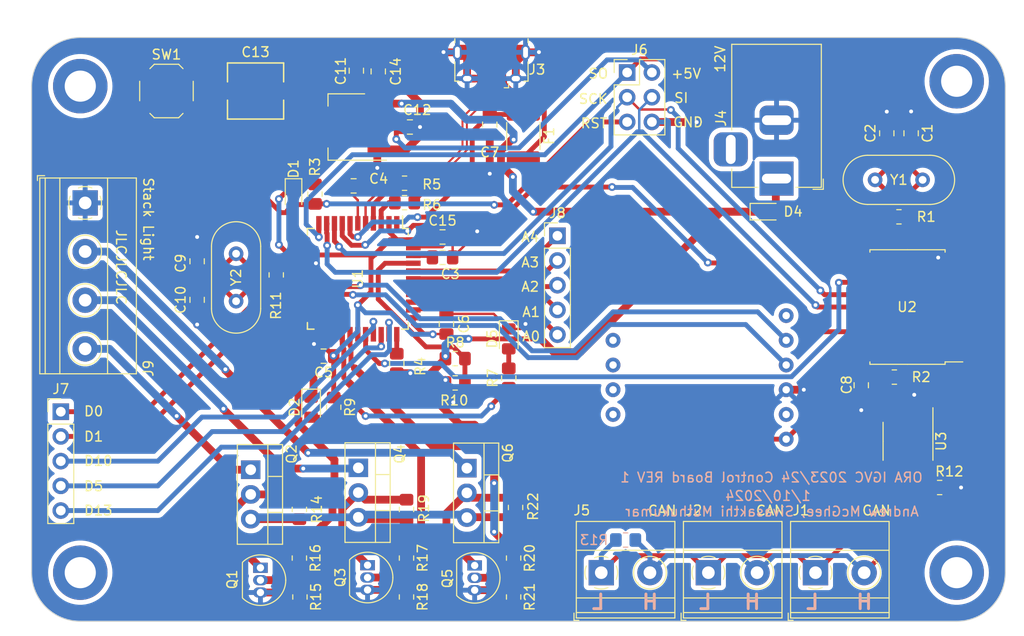
<source format=kicad_pcb>
(kicad_pcb (version 20221018) (generator pcbnew)
  (layers (0 "F.Cu" signal) (31 "B.Cu" signal) (34 "B.Paste" user) (35 "F.Paste" user) (36 "B.SilkS" user "B.Silkscreen") (37 "F.SilkS" user "F.Silkscreen") (38 "B.Mask" user) (39 "F.Mask" user) (44 "Edge.Cuts" user))
  (net 0 "")
  (net 2 "Net-(U1-UCAP)")
  (net 3 "Net-(D2-A)")
  (net 4 "RST")
  (net 5 "VBUS")
  (net 6 "Net-(Q1-D)")
  (net 7 "IMU_SCL")
  (net 8 "IMU_SDA")
  (net 10 "XTAL1")
  (net 11 "Net-(U1-~{HWB}{slash}PE2)")
  (net 12 "Net-(U1-AREF)")
  (net 13 "Net-(J3-VBUS)")
  (net 14 "Net-(D5-A)")
  (net 17 "Net-(Q1-G)")
  (net 18 "LED_R")
  (net 19 "Net-(Q3-D)")
  (net 30 "Net-(U3-Rs)")
  (net 31 "Net-(U2-TXCAN)")
  (net 32 "Net-(U2-RXCAN)")
  (net 33 "CAN_L")
  (net 34 "CAN_H")
  (net 35 "Net-(U2-OSC2)")
  (net 36 "Net-(U2-OSC1)")
  (net 37 "Net-(U2-~{RESET})")
  (net 38 "CAN_INT")
  (net 39 "CAN_SCK")
  (net 40 "CAN_SI")
  (net 41 "CAN_SO")
  (net 42 "CAN_CS")
  (net 43 "+5V")
  (net 44 "GND")
  (net 45 "XTAL2")
  (net 47 "D+")
  (net 48 "D-")
  (net 55 "(USB) D-")
  (net 56 "(USB) D+")
  (net 57 "PWRIN")
  (net 58 "Net-(D4-A)")
  (net 59 "Norm_Voltage")
  (net 60 "Net-(Q3-G)")
  (net 61 "LED_Y")
  (net 62 "Net-(Q5-D)")
  (net 63 "Net-(Q5-G)")
  (net 64 "LED_G")
  (net 65 "LEDPWR_R")
  (net 66 "LEDPWR_Y")
  (net 67 "LEDPWR_G")
  (net 68 "D0")
  (net 69 "D1")
  (net 70 "D10")
  (net 71 "D5")
  (net 72 "D13")
  (net 73 "A0")
  (net 74 "A1")
  (net 75 "A2")
  (net 76 "A3")
  (net 77 "A4")
  (footprint "Package_QFP:TQFP-44_10x10mm_P0.8mm" (layer "F.Cu") (at 123.5 74.8 -90)
    (fp_text reference "U1")
    (fp_text value "ATmega32U4-A")
  )
  (footprint "Button_Switch_SMD:SW_SPST_TL3342" (layer "F.Cu") (at 103.85 55.5)
    (fp_text reference "SW1")
    (fp_text value "Reset")
  )
  (footprint "Package_TO_SOT_THT:TO-92_Inline" (layer "F.Cu") (at 124.5 104.23 -90)
    (fp_text reference "Q3")
    (fp_text value "BS170")
  )
  (footprint "Capacitor_SMD:C_0805_2012Metric_Pad1.18x1.45mm_HandSolder" (layer "F.Cu") (at 107 76.9625 -90)
    (fp_text reference "C10")
    (fp_text value "22pF")
  )
  (footprint "Package_TO_SOT_THT:TO-220-3_Vertical" (layer "F.Cu") (at 123.555 94.23 -90)
    (fp_text reference "Q4")
    (fp_text value "IRF9540N")
  )
  (footprint "MountingHole:MountingHole_3.2mm_M3_DIN965_Pad" (layer "F.Cu") (at 185 105)
    (fp_text reference "H1" hide)
    (fp_text value "MountingHole_Pad")
  )
  (footprint "Capacitor_SMD:C_0805_2012Metric_Pad1.18x1.45mm_HandSolder" (layer "F.Cu") (at 107 73 -90)
    (fp_text reference "C9")
    (fp_text value "22pF")
  )
  (footprint "Resistor_SMD:R_0805_2012Metric_Pad1.20x1.40mm_HandSolder" (layer "F.Cu") (at 117.5 103.5 -90)
    (fp_text reference "R16")
    (fp_text value "1k")
  )
  (footprint "Resistor_SMD:R_0805_2012Metric_Pad1.20x1.40mm_HandSolder" (layer "F.Cu") (at 115.125 74.4 -90)
    (fp_text reference "R11")
    (fp_text value "1M")
  )
  (footprint "MountingHole:MountingHole_3.2mm_M3_DIN965_Pad" (layer "F.Cu") (at 95 55)
    (fp_text reference "H3" hide)
    (fp_text value "MountingHole_Pad")
  )
  (footprint "LED_SMD:LED_0805_2012Metric_Pad1.15x1.40mm_HandSolder" (layer "F.Cu") (at 139 80.975 -90)
    (fp_text reference "D5")
    (fp_text value "IMU_LED")
  )
  (footprint "Package_TO_SOT_THT:TO-92_Inline" (layer "F.Cu") (at 135.5 104.26 -90)
    (fp_text reference "Q5")
    (fp_text value "BS170")
  )
  (footprint "MountingHole:MountingHole_3.2mm_M3_DIN965_Pad" (layer "F.Cu") (at 95 105)
    (fp_text reference "H2" hide)
    (fp_text value "MountingHole_Pad")
  )
  (footprint "Package_TO_SOT_SMD:SOT-223-3_TabPin2" (layer "F.Cu") (at 122.35 59.2 180)
    (fp_text reference "U5" hide)
    (fp_text value "NCP1117-5.0_SOT223")
  )
  (footprint "Capacitor_SMD:C_0805_2012Metric_Pad1.18x1.45mm_HandSolder" (layer "F.Cu") (at 175.2 85.7375 -90)
    (fp_text reference "C8")
    (fp_text value "100nF")
  )
  (footprint "Resistor_SMD:R_0805_2012Metric_Pad1.20x1.40mm_HandSolder" (layer "F.Cu") (at 121.025 88 -90)
    (fp_text reference "R9")
    (fp_text value "470")
  )
  (footprint "Capacitor_SMD:C_0805_2012Metric_Pad1.18x1.45mm_HandSolder" (layer "F.Cu") (at 123.07 65.25 180)
    (fp_text reference "C4")
    (fp_text value "1uF")
  )
  (footprint "TerminalBlock_Phoenix:TerminalBlock_Phoenix_MKDS-1,5-2_1x02_P5.00mm_Horizontal" (layer "F.Cu") (at 148.5 105)
    (fp_text reference "J5")
    (fp_text value "CAN")
  )
  (footprint "Resistor_SMD:R_0805_2012Metric_Pad1.20x1.40mm_HandSolder" (layer "F.Cu") (at 133.5 83)
    (fp_text reference "R8")
    (fp_text value "2.2k")
  )
  (footprint "Resistor_SMD:R_0805_2012Metric_Pad1.20x1.40mm_HandSolder" (layer "F.Cu") (at 128.5 107.5 -90)
    (fp_text reference "R18")
    (fp_text value "10k")
  )
  (footprint "Crystal:Crystal_HC49-4H_Vertical" (layer "F.Cu") (at 111 77.1 90)
    (fp_text reference "Y2")
    (fp_text value "16MHz")
  )
  (footprint "Connector_USB:USB_Micro-B_Amphenol_10118194_Horizontal" (layer "F.Cu") (at 137.225 52.825 180)
    (fp_text reference "J3")
    (fp_text value "USB_B_Micro")
  )
  (footprint "Capacitor_SMD:C_0805_2012Metric_Pad1.18x1.45mm_HandSolder" (layer "F.Cu") (at 137.05 58.95 -90)
    (fp_text reference "C7")
    (fp_text value "10uF")
  )
  (footprint "Resistor_SMD:R_0805_2012Metric_Pad1.20x1.40mm_HandSolder" (layer "F.Cu") (at 179.07 68.43 180)
    (fp_text reference "R1")
    (fp_text value "1M")
  )
  (footprint "Resistor_SMD:R_0805_2012Metric_Pad1.20x1.40mm_HandSolder" (layer "F.Cu") (at 139.7 98.3 90)
    (fp_text reference "R22")
    (fp_text value "10k")
  )
  (footprint "Custom_Parts:IMU_MOUNT" (layer "F.Cu") (at 148.44 97.63 90)
    (fp_text reference "U6" hide)
    (fp_text value "IMU_MOUNT")
  )
  (footprint "Connector_BarrelJack:BarrelJack_Horizontal" (layer "F.Cu") (at 166.5 64.5 -90)
    (fp_text reference "J4")
    (fp_text value "12V")
  )
  (footprint "Package_TO_SOT_THT:TO-220-3_Vertical" (layer "F.Cu") (at 112.5 94.42 -90)
    (fp_text reference "Q2")
    (fp_text value "IRF9540N")
  )
  (footprint "Capacitor_SMD:C_0805_2012Metric_Pad1.18x1.45mm_HandSolder" (layer "F.Cu") (at 125.6 53.4875 -90)
    (fp_text reference "C14")
    (fp_text value "100nF")
  )
  (footprint "Resistor_SMD:R_0805_2012Metric_Pad1.20x1.40mm_HandSolder" (layer "F.Cu") (at 117.555 107.5 -90)
    (fp_text reference "R15")
    (fp_text value "10k")
  )
  (footprint "Resistor_SMD:R_0805_2012Metric_Pad1.20x1.40mm_HandSolder" (layer "F.Cu") (at 128.5 103.5 -90)
    (fp_text reference "R17")
    (fp_text value "1k")
  )
  (footprint "Package_TO_SOT_THT:TO-92_Inline" (layer "F.Cu") (at 113.5 104.5 -90)
    (fp_text reference "Q1")
    (fp_text value "BS170")
  )
  (footprint "Resistor_SMD:R_0805_2012Metric_Pad1.20x1.40mm_HandSolder" (layer "F.Cu") (at 128.3 64.975 180)
    (fp_text reference "R5")
    (fp_text value "22")
  )
  (footprint "Crystal:Crystal_HC49-4H_Vertical" (layer "F.Cu") (at 176.62 64.63)
    (fp_text reference "Y1")
    (fp_text value "8Mhz")
  )
  (footprint "Resistor_SMD:R_0805_2012Metric_Pad1.20x1.40mm_HandSolder" (layer "F.Cu") (at 128.5 98.5 90)
    (fp_text reference "R19")
    (fp_text value "10k")
  )
  (footprint "Diode_SMD:D_SOD-323" (layer "F.Cu") (at 165.4 67.9)
    (fp_text reference "D4")
    (fp_text value "PWRIN")
  )
  (footprint "Fuse:Fuse_1812_4532Metric_Pad1.30x3.40mm_HandSolder" (layer "F.Cu") (at 140.5 60.125 -90)
    (fp_text reference "F1")
    (fp_text value "MF-MSMF050-2")
  )
  (footprint "MountingHole:MountingHole_3.2mm_M3_DIN965_Pad" (layer "F.Cu") (at 185 54.5)
    (fp_text reference "H4" hide)
    (fp_text value "MountingHole_Pad")
  )
  (footprint "Resistor_SMD:R_0805_2012Metric_Pad1.20x1.40mm_HandSolder" (layer "F.Cu") (at 117.5 98.5 90)
    (fp_text reference "R14")
    (fp_text value "10k")
  )
  (footprint "Package_SO:SOIC-8_3.9x4.9mm_P1.27mm" (layer "F.Cu") (at 180 91.5 -90)
    (fp_text reference "U3")
    (fp_text value "MCP2551-I-SN")
  )
  (footprint "Resistor_SMD:R_0805_2012Metric_Pad1.20x1.40mm_HandSolder" (layer "F.Cu") (at 119.1 66.1 90)
    (fp_text reference "R3")
    (fp_text value "10k")
  )
  (footprint "Connector_PinHeader_2.54mm:PinHeader_2x03_P2.54mm_Vertical" (layer "F.Cu") (at 151.16 53.6)
    (fp_text reference "J6")
    (fp_text value "Conn_02x03_Top_Bottom")
  )
  (footprint "Capacitor_SMD:C_0805_2012Metric_Pad1.18x1.45mm_HandSolder" (layer "F.Cu") (at 177.82 59.8425 90)
    (fp_text reference "C2")
    (fp_text value "22uF")
  )
  (footprint "Resistor_SMD:R_0805_2012Metric_Pad1.20x1.40mm_HandSolder" (layer "F.Cu") (at 139.5 107.5 -90)
    (fp_text reference "R21")
    (fp_text value "10k")
  )
  (footprint "Capacitor_SMD:C_0805_2012Metric_Pad1.18x1.45mm_HandSolder" (layer "F.Cu") (at 119.9875 82.75 180)
    (fp_text reference "C5")
    (fp_text value "100nF")
  )
  (footprint "Capacitor_SMD:C_0805_2012Metric_Pad1.18x1.45mm_HandSolder" (layer "F.Cu") (at 180.32 59.8425 -90)
    (fp_text reference "C1")
    (fp_text value "22uF")
  )
  (footprint "TerminalBlock_Phoenix:TerminalBlock_Phoenix_MKDS-1,5-2_1x02_P5.00mm_Horizontal" (layer "F.Cu") (at 159.5 105)
    (fp_text reference "J2")
    (fp_text value "CAN")
  )
  (footprint "Capacitor_SMD:C_0805_2012Metric_Pad1.18x1.45mm_HandSolder" (layer "F.Cu") (at 123.35 53.4125 -90)
    (fp_text reference "C11")
    (fp_text value "10nF")
  )
  (footprint "TerminalBlock_Phoenix:TerminalBlock_Phoenix_MKDS-1,5-2_1x02_P5.00mm_Horizontal" (layer "F.Cu") (at 170.5 105)
    (fp_text reference "J1")
    (fp_text value "CAN")
  )
  (footprint "AdditionalParts:CAP_WCAP-ASLI_05p0X05p5_WRE" (layer "F.Cu") (at 113 55.5 180)
    (fp_text reference "C13")
    (fp_text value "22uF")
  )
  (footprint "Capacitor_SMD:C_0805_2012Metric_Pad1.18x1.45mm_HandSolder" (layer "F.Cu") (at 132.2 70.5)
    (fp_text reference "C15")
    (fp_text value "1uF")
  )
  (footprint "Capacitor_SMD:C_0805_2012Metric_Pad1.18x1.45mm_HandSolder" (layer "F.Cu") (at 132.6 79.44 90)
    (fp_text reference "C6")
    (fp_text value "100nF")
  )
  (footprint "LED_SMD:LED_0805_2012Metric_Pad1.15x1.40mm_HandSolder" (layer "F.Cu") (at 118.7 88 -90)
    (fp_text reference "D2")
    (fp_text value "LED_Small")
  )
  (footprint "Capacitor_SMD:C_0805_2012Metric_Pad1.18x1.45mm_HandSolder" (layer "F.Cu") (at 128.85 59.2 180)
    (fp_text reference "C12")
    (fp_text value "100nF")
  )
  (footprint "Capacitor_SMD:C_0805_2012Metric_Pad1.18x1.45mm_HandSolder" (layer "F.Cu") (at 132.2 72.6 180)
    (fp_text reference "C3")
    (fp_text value "100nF")
  )
  (footprint "Connector_PinHeader_2.54mm:PinHeader_1x05_P2.54mm_Vertical" (layer "F.Cu") (at 144 70.38)
    (fp_text reference "J8")
    (fp_text value "Conn_01x05_Pin")
  )
  (footprint "Resistor_SMD:R_0805_2012Metric_Pad1.20x1.40mm_HandSolder" (layer "F.Cu") (at 178.6 84.9 180)
    (fp_text reference "R2")
    (fp_text value "10k")
  )
  (footprint "Resistor_SMD:R_0805_2012Metric_Pad1.20x1.40mm_HandSolder" (layer "F.Cu") (at 139.5 103.5 -90)
    (fp_text reference "R20")
    (fp_text value "1k")
  )
  (footprint "Resistor_SMD:R_0805_2012Metric_Pad1.20x1.40mm_HandSolder" (layer "F.Cu") (at 183.25 96.25)
    (fp_text reference "R12")
    (fp_text value "10k")
  )
  (footprint "Diode_SMD:D_SOD-323" (layer "F.Cu") (at 116.9 66.125 -90)
    (fp_text reference "D1")
    (fp_text value "rst")
  )
  (footprint "Resistor_SMD:R_0805_2012Metric_Pad1.20x1.40mm_HandSolder" (layer "F.Cu") (at 128.3 66.975)
    (fp_text reference "R6")
    (fp_text value "22")
  )
  (footprint "TerminalBlock_Phoenix:TerminalBlock_Phoenix_MKDS-1,5-4_1x04_P5.00mm_Horizontal" (layer "F.Cu") (at 95.5 67 -90)
    (fp_text reference "J9")
    (fp_text value "Stack Light")
  )
  (footprint "Resistor_SMD:R_0805_2012Metric_Pad1.20x1.40mm_HandSolder" (layer "F.Cu") (at 127.5 83.5 -90)
    (fp_text reference "R4")
    (fp_text value "10k")
  )
  (footprint "Resistor_SMD:R_0805_2012Metric_Pad1.20x1.40mm_HandSolder" (layer "F.Cu") (at 133.5 85.5)
    (fp_text reference "R10")
    (fp_text value "1.57k")
  )
  (footprint "Resistor_SMD:R_0805_2012Metric_Pad1.20x1.40mm_HandSolder" (layer "F.Cu") (at 139 85 90)
    (fp_text reference "R7")
    (fp_text value "470")
  )
  (footprint "Package_SO:SOIC-18W_7.5x11.6mm_P1.27mm" (layer "F.Cu") (at 179.95 77.7 180)
    (fp_text reference "U2")
    (fp_text value "MCP2515-xSO")
  )
  (footprint "Connector_PinHeader_2.54mm:PinHeader_1x05_P2.54mm_Vertical" (layer "F.Cu") (at 93 88.46)
    (fp_text reference "J7")
    (fp_text value "Conn_01x05_Pin")
  )
  (footprint "Package_TO_SOT_THT:TO-220-3_Vertical" (layer "F.Cu") (at 134.7 94.26 -90)
    (fp_text reference "Q6")
    (fp_text value "IRF9540N")
  )
  (footprint "Resistor_SMD:R_0805_2012Metric_Pad1.20x1.40mm_HandSolder" (layer "B.Cu") (at 151 101.645 180)
    (fp_text reference "R13")
    (fp_text value "120")
  )
  (gr_arc (start 95 110) (mid 91.464466 108.535534) (end 90 105) (stroke (width 0.1)) (layer "Edge.Cuts"))
  (gr_arc (start 90 55) (mid 91.464466 51.464466) (end 95 50) (stroke (width 0.1)) (layer "Edge.Cuts"))
  (gr_line (start 190 105) (end 190 55) (stroke (width 0.1)) (layer "Edge.Cuts"))
  (gr_line (start 185 50) (end 95 50) (stroke (width 0.1)) (layer "Edge.Cuts"))
  (gr_line (start 90 55) (end 90 105) (stroke (width 0.1)) (layer "Edge.Cuts"))
  (gr_arc (start 190 105) (mid 188.535534 108.535534) (end 185 110) (stroke (width 0.1)) (layer "Edge.Cuts"))
  (gr_arc (start 185 50) (mid 188.535534 51.464466) (end 190 55) (stroke (width 0.1)) (layer "Edge.Cuts"))
  (gr_line (start 95 110) (end 185 110) (stroke (width 0.1)) (layer "Edge.Cuts"))
  (gr_text "ORA IGVC 2023/24 Control Board REV 1" (at 181.6 95.8) (layer "B.SilkS") (effects (font (size 1 1)) (justify left bottom mirror)))
  (gr_text "L\n" (at 160 108.895) (layer "B.SilkS") (effects (font (size 1.5 1.5) (thickness 0.3) bold) (justify left bottom mirror)))
  (gr_text "L\n" (at 171 108.895) (layer "B.SilkS") (effects (font (size 1.5 1.5) (thickness 0.3) bold) (justify left bottom mirror)))
  (gr_text "H\n" (at 165 108.895) (layer "B.SilkS") (effects (font (size 1.5 1.5) (thickness 0.3) bold) (justify left bottom mirror)))
  (gr_text "H\n" (at 154.5 108.895) (layer "B.SilkS") (effects (font (size 1.5 1.5) (thickness 0.3) bold) (justify left bottom mirror)))
  (gr_text "Andrew McGhee, Sivasakthi Muthukumar" (at 181.2 99.3) (layer "B.SilkS") (effects (font (size 1 1)) (justify left bottom mirror)))
  (gr_text "H\n" (at 176.5 108.895) (layer "B.SilkS") (effects (font (size 1.5 1.5) (thickness 0.3) bold) (justify left bottom mirror)))
  (gr_text "1/10/2024\n" (at 170.1 97.7) (layer "B.SilkS") (effects (font (size 1 1)) (justify left bottom mirror)))
  (gr_text "L\n" (at 149 108.895) (layer "B.SilkS") (effects (font (size 1.5 1.5) (thickness 0.3) bold) (justify left bottom mirror)))
  (gr_text "D10" (at 95.3 94.1) (layer "F.SilkS") (effects (font (size 1 1)) (justify left bottom)))
  (gr_text "A4" (at 140.2 71.1) (layer "F.SilkS") (effects (font (size 1 1)) (justify left bottom)))
  (gr_text "A1" (at 140.3 78.8) (layer "F.SilkS") (effects (font (size 1 1)) (justify left bottom)))
  (gr_text "A2" (at 140.2 76.2) (layer "F.SilkS") (effects (font (size 1 1)) (justify left bottom)))
  (gr_text "SO" (at 147.1 54.3) (layer "F.SilkS") (effects (font (size 1 1)) (justify left bottom)))
  (gr_text "A0" (at 140.3 81.3) (layer "F.SilkS") (effects (font (size 1 1)) (justify left bottom)))
  (gr_text "GND" (at 155.8 59.3) (layer "F.SilkS") (effects (font (size 1 1)) (justify left bottom)))
  (gr_text "D1" (at 95.3 91.6) (layer "F.SilkS") (effects (font (size 1 1)) (justify left bottom)))
  (gr_text "D13" (at 95.3 99.2) (layer "F.SilkS") (effects (font (size 1 1)) (justify left bottom)))
  (gr_text "RST" (at 146.3 59.4) (layer "F.SilkS") (effects (font (size 1 1)) (justify left bottom)))
  (gr_text "JLCJLCJLC" (at 98.6 69.65 -90) (layer "F.SilkS") (effects (font (size 1 1)) (justify left bottom)))
  (gr_text "D0" (at 95.3 89) (layer "F.SilkS") (effects (font (size 1 1)) (justify left bottom)))
  (gr_text "Stack Light" (at 101.4 64.3 -90) (layer "F.SilkS") (effects (font (size 1 1)) (justify left bottom)))
  (gr_text "D5" (at 95.3 96.7) (layer "F.SilkS") (effects (font (size 1 1)) (justify left bottom)))
  (gr_text "A3" (at 140.2 73.7) (layer "F.SilkS") (effects (font (size 1 1)) (justify left bottom)))
  (gr_text "CAN" (at 175.2 99.2) (layer "F.SilkS") (effects (font (size 1 1)) (justify left bottom)))
  (gr_text "12V" (at 161.3 53.7 90) (layer "F.SilkS") (effects (font (size 1 1)) (justify left bottom)))
  (gr_text "CAN" (at 153.2 99.2) (layer "F.SilkS") (effects (font (size 1 1)) (justify left bottom)))
  (gr_text "+5V" (at 155.6 54.3) (layer "F.SilkS") (effects (font (size 1 1)) (justify left bottom)))
  (gr_text "SCK" (at 146.1 56.9) (layer "F.SilkS") (effects (font (size 1 1)) (justify left bottom)))
  (gr_text "SI\n" (at 155.9 56.8) (layer "F.SilkS") (effects (font (size 1 1)) (justify left bottom)))
  (gr_text "CAN" (at 164.3 99.2) (layer "F.SilkS") (effects (font (size 1 1)) (justify left bottom)))
  (segment (start 122.0325 65.25) (end 123.5 66.7175) (width 0.25) (layer "F.Cu") (net 2))
  (segment (start 123.5 66.7175) (end 123.5 69.1) (width 0.25) (layer "F.Cu") (net 2))
  (segment (start 121 89.025) (end 121.025 89) (width 0.5) (layer "F.Cu") (net 3))
  (segment (start 118.7 89.025) (end 121 89.025) (width 0.5) (layer "F.Cu") (net 3))
  (segment (start 116.6 68) (end 116.6 71.261396) (width 0.5) (layer "F.Cu") (net 4))
  (segment (start 119.025 67.175) (end 119.1 67.1) (width 0.5) (layer "F.Cu") (net 4))
  (segment (start 116.938604 71.6) (end 117.8 71.6) (width 0.5) (layer "F.Cu") (net 4))
  (segment (start 107 57.4) (end 107 59.402082) (width 0.5) (layer "F.Cu") (net 4))
  (segment (start 138.8 67.2) (end 147.32 58.68) (width 0.5) (layer "F.Cu") (net 4))
  (segment (start 116.25 67.8) (end 116.9 67.15) (width 0.5) (layer "F.Cu") (net 4))
  (segment (start 116.9 67.175) (end 119.025 67.175) (width 0.5) (layer "F.Cu") (net 4))
  (segment (start 115.597918 68) (end 116.6 68) (width 0.5) (layer "F.Cu") (net 4))
  (segment (start 107 59.402082) (end 115.597918 68) (width 0.5) (layer "F.Cu") (net 4))
  (segment (start 147.32 58.68) (end 151.16 58.68) (width 0.5) (layer "F.Cu") (net 4))
  (segment (start 116.9 67.15) (end 116.6 67.45) (width 0.5) (layer "F.Cu") (net 4))
  (segment (start 137.5 67.2) (end 138.8 67.2) (width 0.5) (layer "F.Cu") (net 4))
  (segment (start 119.1 67.1) (end 120.3 67.1) (width 0.5) (layer "F.Cu") (net 4))
  (segment (start 116.6 67.45) (end 116.6 68) (width 0.5) (layer "F.Cu") (net 4))
  (segment (start 100.7 57.4) (end 107 57.4) (width 0.5) (layer "F.Cu") (net 4))
  (segment (start 116.6 71.261396) (end 116.938604 71.6) (width 0.5) (layer "F.Cu") (net 4))
  (via (at 137.5 67.2) (size 0.8) (drill 0.4) (layers "F.Cu" "B.Cu") (net 4))
  (via (at 120.3 67.1) (size 0.8) (drill 0.4) (layers "F.Cu" "B.Cu") (net 4))
  (segment (start 137.5 67.2) (end 137.4 67.1) (width 0.5) (layer "B.Cu") (net 4))
  (segment (start 137.4 67.1) (end 120.3 67.1) (width 0.5) (layer "B.Cu") (net 4))
  (segment (start 137.05 57.9125) (end 140.4875 57.9125) (width 0.5) (layer "F.Cu") (net 5))
  (segment (start 140.4875 57.9125) (end 140.5 57.9) (width 0.5) (layer "F.Cu") (net 5))
  (segment (start 135.25 59.7125) (end 137.05 57.9125) (width 0.5) (layer "F.Cu") (net 5))
  (segment (start 135.25 63.75) (end 135.25 59.7125) (width 0.5) (layer "F.Cu") (net 5))
  (segment (start 122.7 70.2) (end 123 70.5) (width 0.5) (layer "F.Cu") (net 5))
  (segment (start 129.63 68.46) (end 130.54 68.46) (width 0.5) (layer "F.Cu") (net 5))
  (segment (start 130.54 68.46) (end 135.25 63.75) (width 0.5) (layer "F.Cu") (net 5))
  (segment (start 122.7 69.1) (end 122.7 70.2) (width 0.5) (layer "F.Cu") (net 5))
  (segment (start 123 70.5) (end 123.5 70.5) (width 0.5) (layer "F.Cu") (net 5))
  (via (at 123.5 70.5) (size 0.8) (drill 0.4) (layers "F.Cu" "B.Cu") (net 5))
  (via (at 129.63 68.46) (size 0.8) (drill 0.4) (layers "F.Cu" "B.Cu") (net 5))
  (segment (start 129.63 68.46) (end 128.76 68.46) (width 0.5) (layer "B.Cu") (net 5))
  (segment (start 128.26 68.96) (end 125.04 68.96) (width 0.5) (layer "B.Cu") (net 5))
  (segment (start 125.04 68.96) (end 123.5 70.5) (width 0.5) (layer "B.Cu") (net 5))
  (segment (start 128.76 68.46) (end 128.26 68.96) (width 0.5) (layer "B.Cu") (net 5))
  (segment (start 112.5 96.96) (end 112.34 96.96) (width 0.8) (layer "F.Cu") (net 6))
  (segment (start 112.5 96.96) (end 116.96 96.96) (width 0.8) (layer "F.Cu") (net 6))
  (segment (start 112.34 96.96) (end 110.2 99.1) (width 0.8) (layer "F.Cu") (net 6))
  (segment (start 110.2 101.2) (end 113.5 104.5) (width 0.8) (layer "F.Cu") (net 6))
  (segment (start 116.96 96.96) (end 117.5 97.5) (width 0.8) (layer "F.Cu") (net 6))
  (segment (start 110.2 99.1) (end 110.2 101.2) (width 0.8) (layer "F.Cu") (net 6))
  (segment (start 123.8 75.449997) (end 123.649997 75.6) (width 0.5) (layer "F.Cu") (net 7))
  (segment (start 123.649997 75.6) (end 117.8 75.6) (width 0.5) (layer "F.Cu") (net 7))
  (via (at 123.8 75.449997) (size 0.8) (drill 0.4) (layers "F.Cu" "B.Cu") (net 7))
  (segment (start 164.57 78.2) (end 167.49 81.12) (width 0.5) (layer "B.Cu") (net 7))
  (segment (start 123.8 75.449997) (end 126.449997 75.449997) (width 0.5) (layer "B.Cu") (net 7))
  (segment (start 129.9 78.9) (end 138.097918 78.9) (width 0.5) (layer "B.Cu") (net 7))
  (segment (start 126.449997 75.449997) (end 129.9 78.9) (width 0.5) (layer "B.Cu") (net 7))
  (segment (start 141.397918 82.2) (end 145.71005 82.2) (width 0.5) (layer "B.Cu") (net 7))
  (segment (start 149.71005 78.2) (end 164.57 78.2) (width 0.5) (layer "B.Cu") (net 7))
  (segment (start 138.097918 78.9) (end 141.397918 82.2) (width 0.5) (layer "B.Cu") (net 7))
  (segment (start 145.71005 82.2) (end 149.71005 78.2) (width 0.5) (layer "B.Cu") (net 7))
  (segment (start 122.9505 76.4) (end 117.8 76.4) (width 0.5) (layer "F.Cu") (net 8))
  (segment (start 123 76.4495) (end 122.9505 76.4) (width 0.5) (layer "F.Cu") (net 8))
  (via (at 123 76.4495) (size 0.8) (drill 0.4) (layers "F.Cu" "B.Cu") (net 8))
  (segment (start 163.33 79.5) (end 167.49 83.66) (width 0.5) (layer "B.Cu") (net 8))
  (segment (start 123 76.4495) (end 126.3495 76.4495) (width 0.5) (layer "B.Cu") (net 8))
  (segment (start 141 82.9) (end 146 82.9) (width 0.5) (layer "B.Cu") (net 8))
  (segment (start 149.4 79.5) (end 163.33 79.5) (width 0.5) (layer "B.Cu") (net 8))
  (segment (start 129.5 79.6) (end 137.7 79.6) (width 0.5) (layer "B.Cu") (net 8))
  (segment (start 137.7 79.6) (end 141 82.9) (width 0.5) (layer "B.Cu") (net 8))
  (segment (start 126.3495 76.4495) (end 129.5 79.6) (width 0.5) (layer "B.Cu") (net 8))
  (segment (start 146 82.9) (end 149.4 79.5) (width 0.5) (layer "B.Cu") (net 8))
  (segment (start 112.7 75.4) (end 111 77.1) (width 0.5) (layer "F.Cu") (net 10))
  (segment (start 115.125 75.4) (end 112.7 75.4) (width 0.5) (layer "F.Cu") (net 10))
  (segment (start 115.725 74.8) (end 117.8 74.8) (width 0.5) (layer "F.Cu") (net 10))
  (segment (start 115.125 75.4) (end 115.725 74.8) (width 0.5) (layer "F.Cu") (net 10))
  (segment (start 109.775 75.875) (end 111 77.1) (width 0.5) (layer "F.Cu") (net 10))
  (segment (start 107.275 75.875) (end 109.775 75.875) (width 0.5) (layer "F.Cu") (net 10))
  (segment (start 127.5 82.5) (end 127.5 80.5) (width 0.5) (layer "F.Cu") (net 11))
  (segment (start 131.0625 72.4) (end 129.2 72.4) (width 0.5) (layer "F.Cu") (net 12))
  (segment (start 131.1625 72.5) (end 131.0625 72.4) (width 0.5) (layer "F.Cu") (net 12))
  (segment (start 138.525 54.225) (end 138.525 54.743413) (width 0.25) (layer "F.Cu") (net 13))
  (segment (start 142.65 60.2) (end 142.65 57.15) (width 0.5) (layer "F.Cu") (net 13))
  (segment (start 138.575 54.775) (end 138.575 54.225) (width 0.5) (layer "F.Cu") (net 13))
  (segment (start 139.85 56.05) (end 138.575 54.775) (width 0.5) (layer "F.Cu") (net 13))
  (segment (start 142.65 57.15) (end 141.55 56.05) (width 0.5) (layer "F.Cu") (net 13))
  (segment (start 141.55 56.05) (end 139.85 56.05) (width 0.5) (layer "F.Cu") (net 13))
  (segment (start 140.5 62.35) (end 142.65 60.2) (width 0.5) (layer "F.Cu") (net 13))
  (segment (start 139 82) (end 139 84) (width 0.5) (layer "F.Cu") (net 14))
  (segment (start 117.5 106.445) (end 117.555 106.5) (width 0.8) (layer "F.Cu") (net 17))
  (segment (start 113.5 105.77) (end 116.825 105.77) (width 0.8) (layer "F.Cu") (net 17))
  (segment (start 116.825 105.77) (end 117.555 106.5) (width 0.8) (layer "F.Cu") (net 17))
  (segment (start 117.5 104.5) (end 117.5 106.445) (width 0.8) (layer "F.Cu") (net 17))
  (segment (start 104.9 88.9) (end 110.42 94.42) (width 0.8) (layer "F.Cu") (net 18))
  (segment (start 110.42 94.42) (end 112.5 94.42) (width 0.8) (layer "F.Cu") (net 18))
  (via (at 104.9 88.9) (size 0.8) (drill 0.4) (layers "F.Cu" "B.Cu") (net 18))
  (segment (start 95.6 82.9) (end 95.5 82.8) (width 0.8) (layer "B.Cu") (net 18))
  (segment (start 95.5 82) (end 95.5 82.8) (width 0.8) (layer "B.Cu") (net 18))
  (segment (start 98 82) (end 104.9 88.9) (width 0.8) (layer "B.Cu") (net 18))
  (segment (start 95.5 82) (end 98 82) (width 0.8) (layer "B.Cu") (net 18))
  (segment (start 124.285 97.5) (end 123.555 96.77) (width 0.8) (layer "F.Cu") (net 19))
  (segment (start 121.9 101.63) (end 124.5 104.23) (width 0.8) (layer "F.Cu") (net 19))
  (segment (start 123.555 96.77) (end 121.9 98.425) (width 0.8) (layer "F.Cu") (net 19))
  (segment (start 128.5 97.5) (end 124.285 97.5) (width 0.8) (layer "F.Cu") (net 19))
  (segment (start 121.9 98.425) (end 121.9 101.63) (width 0.8) (layer "F.Cu") (net 19))
  (segment (start 181.905 93.975) (end 181.905 95.905) (width 0.5) (layer "F.Cu") (net 30))
  (segment (start 181.905 95.905) (end 182.25 96.25) (width 0.5) (layer "F.Cu") (net 30))
  (segment (start 181.905 89.025) (end 184.6 86.33) (width 0.5) (layer "F.Cu") (net 31))
  (segment (start 184.6 86.33) (end 184.6 82.78) (width 0.5) (layer "F.Cu") (net 31))
  (segment (start 187.3 85.7) (end 187.3 83.2) (width 0.5) (layer "F.Cu") (net 32))
  (segment (start 182.55 90.45) (end 187.3 85.7) (width 0.5) (layer "F.Cu") (net 32))
  (segment (start 187.3 83.2) (end 185.61 81.51) (width 0.5) (layer "F.Cu") (net 32))
  (segment (start 185.61 81.51) (end 184.6 81.51) (width 0.5) (layer "F.Cu") (net 32))
  (segment (start 178.095 89.025) (end 178.095 90) (width 0.5) (layer "F.Cu") (net 32))
  (segment (start 178.545 90.45) (end 182.55 90.45) (width 0.5) (layer "F.Cu") (net 32))
  (segment (start 178.095 90) (end 178.545 90.45) (width 0.5) (layer "F.Cu") (net 32))
  (segment (start 179.365 96.135) (end 179.365 93.975) (width 0.5) (layer "F.Cu") (net 33))
  (segment (start 157.75 103.25) (end 159.5 105) (width 0.5) (layer "F.Cu") (net 33))
  (segment (start 159.5 105) (end 161.25 103.25) (width 0.5) (layer "F.Cu") (net 33))
  (segment (start 170.5 105) (end 179.365 96.135) (width 0.5) (layer "F.Cu") (net 33))
  (segment (start 148.5 105) (end 150.25 103.25) (width 0.5) (layer "F.Cu") (net 33))
  (segment (start 168.75 103.25) (end 170.5 105) (width 0.5) (layer "F.Cu") (net 33))
  (segment (start 150.25 103.25) (end 157.75 103.25) (width 0.5) (layer "F.Cu") (net 33))
  (segment (start 161.25 103.25) (end 168.75 103.25) (width 0.5) (layer "F.Cu") (net 33))
  (segment (start 148.5 105) (end 148.5 103.145) (width 0.5) (layer "B.Cu") (net 33))
  (segment (start 148.5 103.145) (end 150 101.645) (width 0.5) (layer "B.Cu") (net 33))
  (segment (start 180.635 99.865) (end 175.5 105) (width 0.5) (layer "F.Cu") (net 34))
  (segment (start 180.635 93.975) (end 180.635 99.865) (width 0.5) (layer "F.Cu") (net 34))
  (segment (start 155.25 103.25) (end 162.75 103.25) (width 0.5) (layer "B.Cu") (net 34))
  (segment (start 162.75 103.25) (end 164.5 105) (width 0.5) (layer "B.Cu") (net 34))
  (segment (start 166.25 103.25) (end 173.75 103.25) (width 0.5) (layer "B.Cu") (net 34))
  (segment (start 173.75 103.25) (end 175.5 105) (width 0.5) (layer "B.Cu") (net 34))
  (segment (start 153.5 105) (end 153.5 103.145) (width 0.5) (layer "B.Cu") (net 34))
  (segment (start 164.5 105) (end 166.25 103.25) (width 0.5) (layer "B.Cu") (net 34))
  (segment (start 153.5 105) (end 155.25 103.25) (width 0.5) (layer "B.Cu") (net 34))
  (segment (start 153.5 103.145) (end 152 101.645) (width 0.5) (layer "B.Cu") (net 34))
  (segment (start 180.32 60.88) (end 180.32 63.45) (width 0.5) (layer "F.Cu") (net 35))
  (segment (start 180.32 63.45) (end 181.5 64.63) (width 0.5) (layer "F.Cu") (net 35))
  (segment (start 182.33 68.43) (end 180.07 68.43) (width 0.5) (layer "F.Cu") (net 35))
  (segment (start 185.625 75.16) (end 186.075 74.71) (width 0.5) (layer "F.Cu") (net 35))
  (segment (start 186.075 74.71) (end 186.075 72.175) (width 0.5) (layer "F.Cu") (net 35))
  (segment (start 180.07 66.06) (end 181.5 64.63) (width 0.5) (layer "F.Cu") (net 35))
  (segment (start 180.07 68.43) (end 180.07 66.06) (width 0.5) (layer "F.Cu") (net 35))
  (segment (start 184.6 75.16) (end 185.625 75.16) (width 0.5) (layer "F.Cu") (net 35))
  (segment (start 186.075 72.175) (end 182.33 68.43) (width 0.5) (layer "F.Cu") (net 35))
  (segment (start 178.07 68.43) (end 178.07 66.08) (width 0.5) (layer "F.Cu") (net 36))
  (segment (start 178.07 70.47) (end 178.07 68.43) (width 0.5) (layer "F.Cu") (net 36))
  (segment (start 177.82 60.88) (end 177.82 63.43) (width 0.5) (layer "F.Cu") (net 36))
  (segment (start 178.07 66.08) (end 176.62 64.63) (width 0.5) (layer "F.Cu") (net 36))
  (segment (start 177.82 63.43) (end 176.62 64.63) (width 0.5) (layer "F.Cu") (net 36))
  (segment (start 181.49 73.89) (end 178.07 70.47) (width 0.5) (layer "F.Cu") (net 36))
  (segment (start 184.6 73.89) (end 181.49 73.89) (width 0.5) (layer "F.Cu") (net 36))
  (segment (start 177.6 84.9) (end 177.6 82.785) (width 0.5) (layer "F.Cu") (net 37))
  (segment (start 177.6 82.785) (end 176.325 81.51) (width 0.5) (layer "F.Cu") (net 37))
  (segment (start 176.325 81.51) (end 175.3 81.51) (width 0.5) (layer "F.Cu") (net 37))
  (segment (start 126.273111 83.5) (end 125.7 83.5) (width 0.5) (layer "F.Cu") (net 38))
  (segment (start 125.7 83.5) (end 124.3 82.1) (width 0.5) (layer "F.Cu") (net 38))
  (segment (start 124.3 82.1) (end 124.3 80.5) (width 0.5) (layer "F.Cu") (net 38))
  (segment (start 172.94 75.16) (end 172.9 75.2) (width 0.5) (layer "F.Cu") (net 38))
  (segment (start 175.3 75.16) (end 172.94 75.16) (width 0.5) (layer "F.Cu") (net 38))
  (via (at 172.9 75.2) (size 0.8) (drill 0.4) (layers "F.Cu" "B.Cu") (net 38))
  (via (at 126.273111 83.5) (size 0.8) (drill 0.4) (layers "F.Cu" "B.Cu") (net 38))
  (segment (start 126.273111 83.5) (end 132.047418 83.5) (width 0.5) (layer "B.Cu") (net 38))
  (segment (start 133.419418 84.872) (end 168.028 84.872) (width 0.5) (layer "B.Cu") (net 38))
  (segment (start 172.9 80) (end 172.9 75.2) (width 0.5) (layer "B.Cu") (net 38))
  (segment (start 168.028 84.872) (end 172.9 80) (width 0.5) (layer "B.Cu") (net 38))
  (segment (start 132.047418 83.5) (end 133.419418 84.872) (width 0.5) (layer "B.Cu") (net 38))
  (segment (start 121.570846 71.5005) (end 121.570846 71.399264) (width 0.5) (layer "F.Cu") (net 39))
  (segment (start 155.65 57.45) (end 155.6 57.4) (width 0.25) (layer "F.Cu") (net 39))
  (segment (start 175.3 76.43) (end 171.43 76.43) (width 0.5) (layer "F.Cu") (net 39))
  (segment (start 155.6 57.4) (end 152.42 57.4) (width 0.25) (layer "F.Cu") (net 39))
  (segment (start 152.42 57.4) (end 151.16 56.14) (width 0.25) (layer "F.Cu") (net 39))
  (segment (start 171.43 76.43) (end 171 76) (width 0.5) (layer "F.Cu") (net 39))
  (segment (start 121.570846 71.399264) (end 121.1 70.928418) (width 0.5) (layer "F.Cu") (net 39))
  (segment (start 121.1 70.928418) (end 121.1 69.1) (width 0.5) (layer "F.Cu") (net 39))
  (via (at 121.570846 71.5005) (size 0.8) (drill 0.4) (layers "F.Cu" "B.Cu") (net 39))
  (via (at 171 76) (size 0.8) (drill 0.4) (layers "F.Cu" "B.Cu") (net 39))
  (via (at 155.65 57.45) (size 0.8) (drill 0.4) (layers "F.Cu" "B.Cu") (net 39))
  (segment (start 151.16 56.14) (end 150.14 57.16) (width 0.25) (layer "B.Cu") (net 39))
  (segment (start 121.570846 71.5005) (end 122.270346 72.2) (width 0.5) (layer "B.Cu") (net 39))
  (segment (start 150.14 57.16) (end 150.14 57.54317) (width 0.25) (layer "B.Cu") (net 39))
  (segment (start 156.4 58.2) (end 156.4 61.4) (width 0.5) (layer "B.Cu") (net 39))
  (segment (start 149.5 61.2) (end 149.5 58.18317) (width 0.5) (layer "B.Cu") (net 39))
  (segment (start 149.5 58.18317) (end 150.14 57.54317) (width 0.5) (layer "B.Cu") (net 39))
  (segment (start 138.5 72.2) (end 149.5 61.2) (width 0.5) (layer "B.Cu") (net 39))
  (segment (start 155.65 57.45) (end 156.4 58.2) (width 0.5) (layer "B.Cu") (net 39))
  (segment (start 156.4 61.4) (end 171 76) (width 0.5) (layer "B.Cu") (net 39))
  (segment (start 122.270346 72.2) (end 138.5 72.2) (width 0.5) (layer "B.Cu") (net 39))
  (segment (start 120.3 70.097918) (end 120.3 69.1) (width 0.5) (layer "F.Cu") (net 40))
  (segment (start 120.35 69.15) (end 120.3 69.1) (width 0.5) (layer "F.Cu") (net 40))
  (segment (start 120.35 71.3805) (end 120.35 70.147918) (width 0.5) (layer "F.Cu") (net 40))
  (segment (start 120.35 70.147918) (end 120.3 70.097918) (width 0.5) (layer "F.Cu") (net 40))
  (segment (start 175.3 77.7) (end 170.7 77.7) (width 0.5) (layer "F.Cu") (net 40))
  (segment (start 170.7 77.7) (end 170.5 77.5) (width 0.5) (layer "F.Cu") (net 40))
  (via (at 120.35 71.3805) (size 0.8) (drill 0.4) (layers "F.Cu" "B.Cu") (net 40))
  (via (at 170.5 77.5) (size 0.8) (drill 0.4) (layers "F.Cu" "B.Cu") (net 40))
  (segment (start 152.4 57.44) (end 152.4 59.7) (width 0.25) (layer "B.Cu") (net 40))
  (segment (start 153.7 56.14) (end 152.4 57.44) (width 0.25) (layer "B.Cu") (net 40))
  (segment (start 120.35 71.3805) (end 120.35 73.29) (width 0.5) (layer "B.Cu") (net 40))
  (segment (start 170.5 77.487748) (end 170.5 77.5) (width 0.5) (layer "B.Cu") (net 40))
  (segment (start 152.2 59.7) (end 152.4 59.7) (width 0.5) (layer "B.Cu") (net 40))
  (segment (start 170.5 77.5) (end 152.7 59.7) (width 0.5) (layer "B.Cu") (net 40))
  (segment (start 121.19 74.13) (end 137.77 74.13) (width 0.5) (layer "B.Cu") (net 40))
  (segment (start 120.35 73.29) (end 121.19 74.13) (width 0.5) (layer "B.Cu") (net 40))
  (segment (start 152.7 59.7) (end 152.4 59.7) (width 0.5) (layer "B.Cu") (net 40))
  (segment (start 137.77 74.13) (end 152.2 59.7) (width 0.5) (layer "B.Cu") (net 40))
  (segment (start 175.3 78.97) (end 176.325 78.97) (width 0.5) (layer "F.Cu") (net 41))
  (segment (start 177.37 69.51995) (end 169.95 62.09995) (width 0.5) (layer "F.Cu") (net 41))
  (segment (start 119.5 69.1) (end 119.5 70.5) (width 0.5) (layer "F.Cu") (net 41))
  (segment (start 177.37 77.925) (end 177.37 69.51995) (width 0.5) (layer "F.Cu") (net 41))
  (segment (start 152.56 52.2) (end 151.16 53.6) (width 0.5) (layer "F.Cu") (net 41))
  (segment (start 176.325 78.97) (end 177.37 77.925) (width 0.5) (layer "F.Cu") (net 41))
  (segment (start 169.95 57.65) (end 164.5 52.2) (width 0.5) (layer "F.Cu") (net 41))
  (segment (start 169.95 62.09995) (end 169.95 57.65) (width 0.5) (layer "F.Cu") (net 41))
  (segment (start 164.5 52.2) (end 152.56 52.2) (width 0.5) (layer "F.Cu") (net 41))
  (via (at 119.5 70.5) (size 0.8) (drill 0.4) (layers "F.Cu" "B.Cu") (net 41))
  (segment (start 142.71 62.05) (end 151.16 53.6) (width 0.5) (layer "B.Cu") (net 41))
  (segment (start 118.2 66.8) (end 122.95 62.05) (width 0.5) (layer "B.Cu") (net 41))
  (segment (start 122.95 62.05) (end 142.71 62.05) (width 0.5) (layer "B.Cu") (net 41))
  (segment (start 119.5 70.5) (end 119.5 70.702082) (width 0.5) (layer "B.Cu") (net 41))
  (segment (start 118.2 69.2) (end 118.2 66.8) (width 0.5) (layer "B.Cu") (net 41))
  (segment (start 119.5 70.5) (end 118.2 69.2) (width 0.5) (layer "B.Cu") (net 41))
  (segment (start 174.696472 80.24) (end 175.3 80.24) (width 0.5) (layer "F.Cu") (net 42))
  (segment (start 159.44 73.13) (end 159.59 73.17) (width 0.5) (layer "F.Cu") (net 42))
  (segment (start 132.33 68.71) (end 131.73 69.31) (width 0.5) (layer "F.Cu") (net 42))
  (segment (start 124.22 71.35) (end 122.86 71.35) (width 0.5) (layer "F.Cu") (net 42))
  (segment (start 128.59 69.92) (end 128.65 69.86) (width 0.5) (layer "F.Cu") (net 42))
  (segment (start 138.27995 68.71) (end 132.33 68.71) (width 0.5) (layer "F.Cu") (net 42))
  (segment (start 124.26 71.31) (end 124.22 71.35) (width 0.5) (layer "F.Cu") (net 42))
  (segment (start 128.59 69.88) (end 128.59 69.92) (width 0.5) (layer "F.Cu") (net 42))
  (segment (start 175.3 80.24) (end 171.42 80.24) (width 0.5) (layer "F.Cu") (net 42))
  (segment (start 129.2 69.31) (end 128.63 69.88) (width 0.5) (layer "F.Cu") (net 42))
  (segment (start 122.86 71.35) (end 121.9 70.39) (width 0.5) (layer "F.Cu") (net 42))
  (segment (start 171.42 80.24) (end 164.35 73.17) (width 0.5) (layer "F.Cu") (net 42))
  (segment (start 128.63 69.88) (end 128.59 69.88) (width 0.5) (layer "F.Cu") (net 42))
  (segment (start 159.59 73.17) (end 159.63 73.17) (width 0.5) (layer "F.Cu") (net 42))
  (segment (start 131.73 69.31) (end 129.2 69.31) (width 0.5) (layer "F.Cu") (net 42))
  (segment (start 164.35 73.17) (end 159.67 73.17) (width 0.5) (layer "F.Cu") (net 42))
  (segment (start 149.61 65.37) (end 141.61995 65.37) (width 0.5) (layer "F.Cu") (net 42))
  (segment (start 159.67 73.17) (end 159.44 73.13) (width 0.5) (layer "F.Cu") (net 42))
  (segment (start 121.9 70.39) (end 121.9 69.1) (width 0.5) (layer "F.Cu") (net 42))
  (segment (start 141.61995 65.37) (end 138.27995 68.71) (width 0.5) (layer "F.Cu") (net 42))
  (via (at 149.61 65.37) (size 0.8) (drill 0.4) (layers "F.Cu" "B.Cu") (net 42))
  (via (at 124.26 71.31) (size 0.8) (drill 0.4) (layers "F.Cu" "B.Cu") (net 42))
  (via (at 128.59 69.88) (size 0.8) (drill 0.4) (layers "F.Cu" "B.Cu") (net 42))
  (via (at 159.44 73.13) (size 0.8) (drill 0.4) (layers "F.Cu" "B.Cu") (net 42))
  (segment (start 124.3 71.35) (end 124.26 71.31) (width 0.5) (layer "B.Cu") (net 42))
  (segment (start 125.8 69.88) (end 124.76 70.92) (width 0.5) (layer "B.Cu") (net 42))
  (segment (start 128.59 69.88) (end 125.8 69.88) (width 0.5) (layer "B.Cu") (net 42))
  (segment (start 151.72 65.41) (end 149.76 65.41) (width 0.5) (layer "B.Cu") (net 42))
  (segment (start 124.33 71.35) (end 124.3 71.35) (width 0.5) (layer "B.Cu") (net 42))
  (segment (start 159.44 73.13) (end 151.72 65.41) (width 0.5) (layer "B.Cu") (net 42))
  (segment (start 149.68 65.41) (end 149.72 65.41) (width 0.5) (layer "B.Cu") (net 42))
  (segment (start 124.76 70.92) (end 124.33 71.35) (width 0.5) (layer "B.Cu") (net 42))
  (segment (start 149.61 65.37) (end 149.68 65.41) (width 0.5) (layer "B.Cu") (net 42))
  (segment (start 149.76 65.41) (end 149.61 65.37) (width 0.5) (layer "B.Cu") (net 42))
  (segment (start 124.26 71.31) (end 124.22 71.35) (width 0.5) (layer "B.Cu") (net 42))
  (segment (start 121 82.7) (end 121 82.725) (width 0.5) (layer "F.Cu") (net 43))
  (segment (start 117.8 72.4) (end 117.85 72.35) (width 0.5) (layer "F.Cu") (net 43))
  (segment (start 129.2 78.8) (end 129.2 79.4) (width 0.5) (layer "F.Cu") (net 43))
  (segment (start 123.5 77.5) (end 124.85 76.15) (width 0.5) (layer "F.Cu") (net 43))
  (segment (start 175.2 84.7) (end 175.2 82.88) (width 0.5) (layer "F.Cu") (net 43))
  (segment (start 146.38 91.28) (end 167.49 91.28) (width 0.5) (layer "F.Cu") (net 43))
  (segment (start 137.2 87.9) (end 137.2 87.8) (width 0.5) (layer "F.Cu") (net 43))
  (segment (start 179.6 85.38) (end 179.6 85.64) (width 0.8) (layer "F.Cu") (net 43))
  (segment (start 117.85 72.35) (end 125.247918 72.35) (width 0.5) (layer "F.Cu") (net 43))
  (segment (start 126.797918 70.8) (end 129.2 70.8) (width 0.5) (layer "F.Cu") (net 43))
  (segment (start 125.848959 71.748959) (end 126.797918 70.8) (width 0.5) (layer "F.Cu") (net 43))
  (segment (start 126.7 69.961396) (end 126.7 69.1) (width 0.5) (layer "F.Cu") (net 43))
  (segment (start 119.075 65.075) (end 119.1 65.1) (width 0.5) (layer "F.Cu") (net 43))
  (segment (start 124.85 76.15) (end 124.85 72.7) (width 0.5) (layer "F.Cu") (net 43))
  (segment (start 127.538604 70.8) (end 126.7 69.961396) (width 0.5) (layer "F.Cu") (net 43))
  (segment (start 130.275 80.475) (end 131.2 80.475) (width 0.5) (layer "F.Cu") (net 43))
  (segment (start 124.85 72.7) (end 125.85 71.7) (width 0.5) (layer "F.Cu") (net 43))
  (segment (start 175.593528 84.7) (end 177.936764 87.043236) (width 0.5) (layer "F.Cu") (net 43))
  (segment (start 125.247918 72.35) (end 125.848959 71.748959) (width 0.5) (layer "F.Cu") (net 43))
  (segment (start 177.936764 87.043236) (end 179.365 88.471472) (width 0.5) (layer "F.Cu") (net 43))
  (segment (start 125.5 59.2) (end 127.8125 59.2) (width 0.5) (layer "F.Cu") (net 43))
  (segment (start 132.6 80.4775) (end 131.2225 80.4775) (width 0.25) (layer "F.Cu") (net 43))
  (segment (start 175.2 84.7) (end 174.07 84.7) (width 0.5) (layer "F.Cu") (net 43))
  (segment (start 119.2 59.2) (end 119.2 65) (width 0.5) (layer "F.Cu") (net 43))
  (segment (start 179.365 88.471472) (end 179.365 89.025) (width 0.5) (layer "F.Cu") (net 43))
  (segment (start 141.1 86) (end 146.38 91.28) (width 0.5) (layer "F.Cu") (net 43))
  (segment (start 121.025 87) (end 122.4 87) (width 0.5) (layer "F.Cu") (net 43))
  (segment (start 129.2 70.8) (end 130.8625 70.8) (width 0.5) (layer "F.Cu") (net 43))
  (segment (start 121 82.725) (end 121.025 82.75) (width 0.5) (layer "F.Cu") (net 43))
  (segment (start 116.5 72.4) (end 115.4 71.3) (width 0.5) (layer "F.Cu") (net 43))
  (segment (start 130.8625 70.8) (end 131.1625 70.5) (width 0.5) (layer "F.Cu") (net 43))
  (segment (start 120.975 82.7) (end 121 82.7) (width 0.5) (layer "F.Cu") (net 43))
  (segment (start 137.2 87.8) (end 139 86) (width 0.5) (layer "F.Cu") (net 43))
  (segment (start 116.9 65.075) (end 116.9 65.1) (width 0.5) (layer "F.Cu") (net 43))
  (segment (start 175.2 84.7) (end 175.593528 84.7) (width 0.5) (layer "F.Cu") (net 43))
  (segment (start 120.3 82.025) (end 120.975 82.7) (width 0.5) (layer "F.Cu") (net 43))
  (segment (start 115.5 55.5) (end 119.2 59.2) (width 0.5) (layer "F.Cu") (net 43))
  (segment (start 122.4 87) (end 124.3 88.9) (width 0.5) (layer "F.Cu") (net 43))
  (segment (start 115.2098 55.5) (end 115.5 55.5) (width 0.5) (layer "F.Cu") (net 43))
  (segment (start 119.2 59.2) (end 119.2 59.05) (width 0.5) (layer "F.Cu") (net 43))
  (segment (start 116.9 65.075) (end 119.075 65.075) (width 0.5) (layer "F.Cu") (net 43))
  (segment (start 119.2 65) (end 119.1 65.1) (width 0.5) (layer "F.Cu") (net 43))
  (segment (start 179.6 84.9) (end 179.6 85.38) (width 0.25) (layer "F.Cu") (net 43))
  (segment (start 129.2 79.4) (end 130.275 80.475) (width 0.5) (layer "F.Cu") (net 43))
  (segment (start 127.45 60.45) (end 127.45 59.5625) (width 0.5) (layer "F.Cu") (net 43))
  (segment (start 116.9 65.1) (end 115.4 66.6) (width 0.5) (layer "F.Cu") (net 43))
  (segment (start 139 86) (end 141.1 86) (width 0.5) (layer "F.Cu") (net 43))
  (segment (start 120.3 80.5) (end 120.3 82.025) (width 0.5) (layer "F.Cu") (net 43))
  (segment (start 129.2 70.8) (end 127.538604 70.8) (width 0.5) (layer "F.Cu") (net 43))
  (segment (start 179.6 85.64) (end 178.196764 87.043236) (width 0.8) (layer "F.Cu") (net 43))
  (segment (start 117.8 72.4) (end 116.5 72.4) (width 0.5) (layer "F.Cu") (net 43))
  (segment (start 119.2 59.2) (end 125.5 59.2) (width 0.5) (layer "F.Cu") (net 43))
  (segment (start 178.196764 87.043236) (end 177.936764 87.043236) (width 0.8) (layer "F.Cu") (net 43))
  (segment (start 127.45 59.5625) (end 127.8125 59.2) (width 0.5) (layer "F.Cu") (net 43))
  (segment (start 174.07 84.7) (end 167.49 91.28) (width 0.5) (layer "F.Cu") (net 43))
  (segment (start 121.025 82.75) (end 121.025 87) (width 0.5) (layer "F.Cu") (net 43))
  (segment (start 131.2225 80.4775) (end 131.2 80.5) (width 0.25) (layer "F.Cu") (net 43))
  (segment (start 175.2 82.88) (end 175.3 82.78) (width 0.5) (layer "F.Cu") (net 43))
  (via (at 115.4 71.3) (size 0.8) (drill 0.4) (layers "F.Cu" "B.Cu") (net 43))
  (via (at 127.45 60.45) (size 0.8) (drill 0.4) (layers "F.Cu" "B.Cu") (net 43))
  (via (at 123.5 77.5) (size 0.8) (drill 0.4) (layers "F.Cu" "B.Cu") (net 43))
  (via (at 137.2 87.9) (size 0.8) (drill 0.4) (layers "F.Cu" "B.Cu") (net 43))
  (via (at 131.2 80.5) (size 0.8) (drill 0.4) (layers "F.Cu" "B.Cu") (net 43))
  (via (at 124.3 88.9) (size 0.8) (drill 0.4) (layers "F.Cu" "B.Cu") (net 43))
  (via (at 115.4 66.6) (size 0.8) (drill 0.4) (layers "F.Cu" "B.Cu") (net 43))
  (via (at 121 82.7) (size 0.8) (drill 0.4) (layers "F.Cu" "B.Cu") (net 43))
  (segment (start 127.55 78.947918) (end 127.55 78.95) (width 0.5) (layer "B.Cu") (net 43))
  (segment (start 127.55 78.95) (end 129.1 80.5) (width 0.5) (layer "B.Cu") (net 43))
  (segment (start 124.3 88.9) (end 136.2 88.9) (width 0.5) (layer "B.Cu") (net 43))
  (segment (start 129.1 80.5) (end 131.2 80.5) (width 0.5) (layer "B.Cu") (net 43))
  (segment (start 123.5 80.2) (end 121 82.7) (width 0.5) (layer "B.Cu") (net 43))
  (segment (start 128.35 61.35) (end 140.052082 61.35) (width 0.5) (layer "B.Cu") (net 43))
  (segment (start 123.5 77.5) (end 124.3 78.3) (width 0.5) (layer "B.Cu") (net 43))
  (segment (start 126.902082 78.3) (end 127.55 78.947918) (width 0.5) (layer "B.Cu") (net 43))
  (segment (start 136.2 88.9) (end 137.2 87.9) (width 0.5) (layer "B.Cu") (net 43))
  (segment (start 115.4 66.6) (end 115.4 71.3) (width 0.5) (layer "B.Cu") (net 43))
  (segment (start 123.5 77.5) (end 123.5 80.2) (width 0.5) (layer "B.Cu") (net 43))
  (segment (start 131.2 80.5) (end 131.3 80.6) (width 0.5) (layer "B.Cu") (net 43))
  (segment (start 152.4 52.3) (end 153.7 53.6) (width 0.5) (layer "B.Cu") (net 43))
  (segment (start 127.45 60.45) (end 128.35 61.35) (width 0.5) (layer "B.Cu") (net 43))
  (segment (start 149.102082 52.3) (end 152.4 52.3) (width 0.5) (layer "B.Cu") (net 43))
  (segment (start 140.052082 61.35) (end 149.102082 52.3) (width 0.5) (layer "B.Cu") (net 43))
  (segment (start 124.3 78.3) (end 126.902082 78.3) (width 0.5) (layer "B.Cu") (net 43))
  (segment (start 140.72 79.44) (end 140.72 79.58) (width 0.5) (layer "F.Cu") (net 44))
  (segment (start 139.725 54.225) (end 139.725 52.525) (width 0.8) (layer "F.Cu") (net 44))
  (segment (start 116.8 108.5) (end 117.555 108.5) (width 0.8) (layer "F.Cu") (net 44))
  (segment (start 135.925 54.225) (end 135.525 54.225) (width 0.25) (layer "F.Cu") (net 44))
  (segment (start 138.225 51.525) (end 140.125 51.525) (width 0.8) (layer "F.Cu") (net 44))
  (segment (start 184.25 96.25) (end 185.45 96.25) (width 0.8) (layer "F.Cu") (net 44))
  (segment (start 124.1075 65.25) (end 124.1075 64.7925) (width 0.25) (layer "F.Cu") (net 44))
  (segment (start 180.64 89.02) (end 180.635 89.025) (width 0.25) (layer "F.Cu") (net 44))
  (segment (start 132.3 51.5) (end 132.3 51.6) (width 0.5) (layer "F.Cu") (net 44))
  (segment (start 135.5 106.8) (end 136.8 106.8) (width 0.8) (layer "F.Cu") (net 44))
  (segment (start 107 53.6) (end 109.1 51.5) (width 0.8) (layer "F.Cu") (net 44))
  (segment (start 129.8875 56.7375) (end 129.8875 59.2) (width 0.8) (layer "F.Cu") (net 44))
  (segment (start 185.45 96.25) (end 185.5 96.3) (width 0.5) (layer "F.Cu") (net 44))
  (segment (start 134.725 54.225) (end 134.725 51.925) (width 0.8) (layer "F.Cu") (net 44))
  (segment (start 127.9 108.5) (end 128.5 108.5) (width 0.8) (layer "F.Cu") (net 44))
  (segment (start 137.4525 78.4025) (end 139 79.95) (width 0.25) (layer "F.Cu") (net 44))
  (segment (start 126.2 64.1) (end 125.5 63.4) (width 0.25) (layer "F.Cu") (net 44))
  (segment (start 132.5 86.7) (end 132.5 85.2) (width 0.8) (layer "F.Cu") (net 44))
  (segment (start 134.325 51.525) (end 136.225 51.525) (width 0.8) (layer "F.Cu") (net 44))
  (segment (start 175.2 88.3) (end 175.2 88.2) (width 0.5) (layer "F.Cu") (net 44))
  (segment (start 136.225 51.525) (end 138.225 51.525) (width 0.8) (layer "F.Cu") (net 44))
  (segment (start 107 79.5) (end 107 78) (width 0.8) (layer "F.Cu") (net 44))
  (segment (start 135.76 69.92) (end 135.76 70.0775) (width 0.25) (layer "F.Cu") (net 44))
  (segment (start 132.1875 71.55) (end 129.25 71.55) (width 0.25) (layer "F.Cu") (net 44))
  (segment (start 107 71.9625) (end 107 70.5) (width 0.8) (layer "F.Cu") (net 44))
  (segment (start 129.8875 60.1125) (end 129.8875 59.2) (width 0.8) (layer "F.Cu") (net 44))
  (segment (start 138.85 80.1) (end 139 79.95) (width 0.5) (layer "F.Cu") (net 44))
  (segment (start 107 53.6) (end 108.9 55.5) (width 0.8) (layer "F.Cu") (net 44))
  (segment (start 139 79.95) (end 140.21 79.95) (width 0.25) (layer "F.Cu") (net 44))
  (segment (start 119.5 81) (end 119.5 80.5) (width 0.5) (layer "F.Cu") (net 44))
  (segment (start 177.82 58.805) (end 180.32 58.805) (width 0.8) (layer "F.Cu") (net 44))
  (segment (start 118.95 86.725) (end 118.7 86.975) (width 0.8) (layer "F.Cu") (net 44))
  (segment (start 140.21 79.95) (end 140.72 79.44) (width 0.25) (layer "F.Cu") (net 44))
  (segment (start 132.6 78.4025) (end 137.4525 78.4025) (width 0.25) (layer "F.Cu") (net 44))
  (segment (start 108.9 55.5) (end 110.7902 55.5) (width 0.8) (layer "F.Cu") (net 44))
  (segment (start 115.34 107.04) (end 116.8 108.5) (width 0.8) (layer "F.Cu") (net 44))
  (segment (start 134.725 51.925) (end 134.325 51.525) (width 0.5) (layer "F.Cu") (net 44))
  (segment (start 133.2375 72.6) (end 133.2375 70.5) (width 0.25) (layer "F.Cu") (net 44))
  (segment (start 118.95 81.55) (end 119 81.5) (width 0.5) (layer "F.Cu") (net 44))
  (segment (start 137.05 63.95) (end 137.05 63.95) (width 0.8) (layer "F.Cu") (net 44))
  (segment (start 113.5 107.04) (end 115.34 107.04) (width 0.8) (layer "F.Cu") (net 44))
  (segment (start 180.32 58.805) (end 180.32 57.6) (width 0.8) (layer "F.Cu") (net 44))
  (segment (start 125.6 52.45) (end 129.8875 56.7375) (width 0.8) (layer "F.Cu") (net 44))
  (segment (start 132.375 51.525) (end 132.4 51.5) (width 0.5) (layer "F.Cu") (net 44))
  (segment (start 135.525 54.225) (end 134.725 54.225) (width 0.8) (layer "F.Cu") (net 44))
  (segment (start 158.3 58.7) (end 158.32 58.68) (width 0.8) (layer "F.Cu") (net 44))
  (segment (start 132.4 51.5) (end 132.3 51.5) (width 0.5) (layer "F.Cu") (net 44))
  (segment (start 125.5 61.5) (end 128.5 61.5) (width 0.8) (layer "F.Cu") (net 44))
  (segment (start 140.725 51.525) (end 142.075 51.525) (width 0.8) (layer "F.Cu") (net 44))
  (segment (start 107 53.6) (end 100.7 53.6) (width 0.8) (layer "F.Cu") (net 44))
  (segment (start 118.95 82.75) (end 118.95 86.725) (width 0.8) (layer "F.Cu") (net 44))
  (segment (start 129.2 78) (end 132.1975 78) (width 0.25) (layer "F.Cu") (net 44))
  (segment (start 133.2375 70.5) (end 132.1875 71.55) (width 0.25) (layer "F.Cu") (net 44))
  (segment (start 137.05 63.95) (end 137.05 64) (width 0.8) (layer "F.Cu") (net 44))
  (segment (start 124.3 67.161828) (end 126.2 65.261828) (width 0.25) (layer "F.Cu") (net 44))
  (segment (start 169.3 86.2) (end 167.49 86.2) (width 0.8) (layer "F.Cu") (net 44))
  (segment (start 132.5 85.2) (end 132.5 85.5) (width 0.5) (layer "F.Cu") (net 44))
  (segment (start 138.5 108.5) (end 139.5 108.5) (width 0.8) (layer "F.Cu") (net 44))
  (segment (start 132.1975 78) (end 132.6 78.4025) (width 0.25) (layer "F.Cu") (net 44))
  (segment (start 124.3 69.1) (end 124.3 67.161828) (width 0.25) (layer "F.Cu") (net 44))
  (segment (start 119 81.5) (end 119.5 81) (width 0.5) (layer "F.Cu") (net 44))
  (segment (start 132.89 70.5) (end 133.2375 70.5) (width 0.25) (layer "F.Cu") (net 44))
  (segment (start 129.25 71.55) (end 129.2 71.6) (width 0.25) (layer "F.Cu") (net 44))
  (segment (start 177.82 58.805) (end 177.82 57.62) (width 0.8) (layer "F.Cu") (net 44))
  (segment (start 153.7 58.68) (end 158.3 58.7) (width 0.8) (layer "F.Cu") (net 44))
  (segment (start 135.76 70.0775) (end 133.2375 72.6) (width 0.25) (layer "F.Cu") (net 44))
  (segment (start 119.2 73.2) (end 117.8 73.2) (width 0.5) (layer "F.Cu") (net 44))
  (segment (start 136.8 106.8) (end 138.5 108.5) (width 0.8) (layer "F.Cu") (net 44))
  (segment (start 128.5 61.5) (end 129.8875 60.1125) (width 0.8) (layer "F.Cu") (net 44))
  (segment (start 180.64 86.72) (end 180.64 89.02) (width 0.25) (layer "F.Cu") (net 44))
  (segment (start 125.525 52.375) (end 125.6 52.45) (width 0.5) (layer "F.Cu") (net 44))
  (segment (start 133.725 51.525) (end 132.375 51.525) (width 0.8) (layer "F.Cu") (net 44))
  (segment (start 125.5 61.5) (end 125.5 63.4) (width 0.8) (layer "F.Cu") (net 44))
  (segment (start 139.725 52.525) (end 140.725 51.525) (width 0.8) (layer "F.Cu") (net 44))
  (segment (start 127.5 84.5) (end 128.9 84.5) (width 0.8) (layer "F.Cu") (net 44))
  (segment (start 126.2 65.261828) (end 126.2 64.1) (width 0.25) (layer "F.Cu") (net 44))
  (segment (start 124.1075 64.7925) (end 125.5 63.4) (width 0.25) (layer "F.Cu") (net 44))
  (segment (start 126.17 106.77) (end 127.9 108.5) (width 0.8) (layer "F.Cu") (net 44))
  (segment (start 124.5 106.77) (end 126.17 106.77) (width 0.8) (layer "F.Cu") (net 44))
  (segment (start 142.075 51.525) (end 142.1 51.5) (width 0.5) (layer "F.Cu") (net 44))
  (segment (start 175.2 86.775) (end 175.2 88.3) (width 0.8) (layer "F.Cu") (net 44))
  (segment (start 118.95 82.75) (end 118.95 81.55) (width 0.8) (layer "F.Cu") (net 44))
  (segment (start 132.3 51.6) (end 132.3 51.6) (width 0.5) (layer "F.Cu") (net 44))
  (segment (start 109.1 51.5) (end 122.475 51.5) (width 0.8) (layer "F.Cu") (net 44))
  (segment (start 123.35 52.375) (end 125.525 52.375) (width 0.8) (layer "F.Cu") (net 44))
  (segment (start 183.1 72.62) (end 184.6 72.62) (width 0.8) (layer "F.Cu") (net 44))
  (segment (start 133.3 87.5) (end 132.5 86.7) (width 0.8) (layer "F.Cu") (net 44))
  (segment (start 137.05 59.9875) (end 137.05 63.95) (width 0.8) (layer "F.Cu") (net 44))
  (segment (start 122.475 51.5) (end 123.35 52.375) (width 0.8) (layer "F.Cu") (net 44))
  (via (at 132.5 85.2) (size 0.8) (drill 0.4) (layers "F.Cu" "B.Cu") (net 44))
  (via (at 137.05 64) (size 0.8) (drill 0.4) (layers "F.Cu" "B.Cu") (net 44))
  (via (at 180.32 57.6) (size 0.8) (drill 0.4) (layers "F.Cu" "B.Cu") (net 44))
  (via (at 180.64 86.72) (size 0.8) (drill 0.4) (layers "F.Cu" "B.Cu") (net 44))
  (via (at 107 70.5) (size 0.8) (drill 0.4) (layers "F.Cu" "B.Cu") (net 44))
  (via (at 129.8875 59.2) (size 0.8) (drill 0.4) (layers "F.Cu" "B.Cu") (net 44))
  (via (at 135.76 69.92) (size 0.8) (drill 0.4) (layers "F.Cu" "B.Cu") (net 44))
  (via (at 132.3 51.5) (size 0.8) (drill 0.4) (layers "F.Cu" "B.Cu") (net 44))
  (via (at 107 79.5) (size 0.8) (drill 0.4) (layers "F.Cu" "B.Cu") (net 44))
  (via (at 119 81.5) (size 0.8) (drill 0.4) (layers "F.Cu" "B.Cu") (net 44))
  (via (at 133.3 87.5) (size 0.8) (drill 0.4) (layers "F.Cu" "B.Cu") (net 44))
  (via (at 125.5 63.4) (size 0.8) (drill 0.4) (layers "F.Cu" "B.Cu") (net 44))
  (via (at 169.3 86.2) (size 0.8) (drill 0.4) (layers "F.Cu" "B.Cu") (net 44))
  (via (at 183.1 72.62) (size 0.8) (drill 0.4) (layers "F.Cu" "B.Cu") (net 44))
  (via (at 119.2 73.2) (size 0.8) (drill 0.4) (layers "F.Cu" "B.Cu") (net 44))
  (via (at 128.9 84.5) (size 0.8) (drill 0.4) (layers "F.Cu" "B.Cu") (net 44))
  (via (at 175.2 88.3) (size 0.8) (drill 0.4) (layers "F.Cu" "B.Cu") (net 44))
  (via (at 185.45 96.25) (size 0.8) (drill 0.4) (layers "F.Cu" "B.Cu") (net 44))
  (via (at 142.1 51.5) (size 0.8) (drill 0.4) (layers "F.Cu" "B.Cu") (net 44))
  (via (at 158.3 58.7) (size 0.8) (drill 0.4) (layers "F.Cu" "B.Cu") (net 44))
  (via (at 140.72 79.44) (size 0.8) (drill 0.4) (layers "F.Cu" "B.Cu") (net 44))
  (via (at 177.82 57.62) (size 0.8) (drill 0.4) (layers "F.Cu" "B.Cu") (net 44))
  (segment (start 109.395 73.825) (end 111 72.22) (width 0.5) (layer "F.Cu") (net 45))
  (segment (start 107.275 73.825) (end 109.395 73.825) (width 0.5) (layer "F.Cu") (net 45))
  (segment (start 115.125 73.4) (end 115.725 74) (width 0.5) (layer "F.Cu") (net 45))
  (segment (start 115.125 73.4) (end 112.18 73.4) (width 0.5) (layer "F.Cu") (net 45))
  (segment (start 115.725 74) (end 117.8 74) (width 0.5) (layer "F.Cu") (net 45))
  (segment (start 112.18 73.4) (end 111 72.22) (width 0.5) (layer "F.Cu") (net 45))
  (segment (start 125.1 67.175) (end 127.3 64.975) (width 0.5) (layer "F.Cu") (net 47))
  (segment (start 125.1 69.1) (end 125.1 67.175) (width 0.5) (layer "F.Cu") (net 47))
  (segment (start 126.7 66.975) (end 127.3 66.975) (width 0.5) (layer "F.Cu") (net 48))
  (segment (start 125.9 69.1) (end 125.9 67.775) (width 0.5) (layer "F.Cu") (net 48))
  (segment (start 125.9 67.775) (end 126.7 66.975) (width 0.5) (layer "F.Cu") (net 48))
  (segment (start 137.875 55.237501) (end 137.875 54.225) (width 0.2) (layer "F.Cu") (net 55))
  (segment (start 134.7 58.412501) (end 137.875 55.237501) (width 0.2) (layer "F.Cu") (net 55))
  (segment (start 129.3 66.975) (end 134.7 61.575) (width 0.2) (layer "F.Cu") (net 55))
  (segment (start 134.7 61.575) (end 134.7 58.412501) (width 0.2) (layer "F.Cu") (net 55))
  (segment (start 137.225 55.237501) (end 137.225 54.225) (width 0.2) (layer "F.Cu") (net 56))
  (segment (start 130.663603 64.975) (end 134.25002 61.388583) (width 0.2) (layer "F.Cu") (net 56))
  (segment (start 134.25002 58.212481) (end 137.225 55.237501) (width 0.2) (layer "F.Cu") (net 56))
  (segment (start 134.25002 61.388583) (end 134.25002 58.212481) (width 0.2) (layer "F.Cu") (net 56))
  (segment (start 129.3 64.975) (end 130.663603 64.975) (width 0.2) (layer "F.Cu") (net 56))
  (segment (start 140.1 99.3) (end 141.9 97.5) (width 0.8) (layer "F.Cu") (net 57))
  (segment (start 141.5 67.9) (end 164.375 67.9) (width 0.8) (layer "F.Cu") (net 57))
  (segment (start 141.9 96.2) (end 135.5 89.8) (width 0.8) (layer "F.Cu") (net 57))
  (segment (start 130.9 86.7) (end 130.9 84.6) (width 0.8) (layer "F.Cu") (net 57))
  (segment (start 139.7 99.3) (end 140.1 99.3) (width 0.8) (layer "F.Cu") (net 57))
  (segment (start 128.5 99.5) (end 123.745 99.5) (width 0.8) (layer "F.Cu") (net 57))
  (segment (start 139.423959 64.326041) (end 138.2 63.102082) (width 0.8) (layer "F.Cu") (net 57))
  (segment (start 125.6 54.525) (end 125.6 56.8) (width 0.8) (layer "F.Cu") (net 57))
  (segment (start 138.2 61.597918) (end 139.297918 60.5) (width 0.8) (layer "F.Cu") (net 57))
  (segment (start 135.5 89.8) (end 134 89.8) (width 0.8) (layer "F.Cu") (net 57))
  (segment (start 128 56.8) (end 125.6 56.8) (width 0.8) (layer "F.Cu") (net 57))
  (segment (start 117.5 99.5) (end 112.5 99.5) (width 0.8) (layer "F.Cu") (net 57))
  (segment (start 142.275 80.975) (end 143.632 82.332) (width 0.8) (layer "F.Cu") (net 57))
  (segment (start 141.9 97.5) (end 141.9 96.2) (width 0.8) (layer "F.Cu") (net 57))
  (segment (start 139.7 99.3) (end 134.74 99.3) (width 0.8) (layer "F.Cu") (net 57))
  (segment (start 160.8 67.9) (end 164.375 67.9) (width 0.8) (layer "F.Cu") (net 57))
  (segment (start 123.745 99.5) (end 123.555 99.31) (width 0.8) (layer "F.Cu") (net 57))
  (segment (start 132.5 83) (end 132.5 82.7505) (width 0.5) (layer "F.Cu") (net 57))
  (segment (start 134.875 80.975) (end 142.275 80.975) (width 0.5) (layer "F.Cu") (net 57))
  (segment (start 134.74 99.3) (end 134.7 99.34) (width 0.8) (layer "F.Cu") (net 57))
  (segment (start 125.6 56.8) (end 125.5 56.9) (width 0.5) (layer "F.Cu") (net 57))
  (segment (start 146.368 82.332) (end 160.8 67.9) (width 0.8) (layer "F.Cu") (net 57))
  (segment (start 143.632 82.332) (end 146.368 82.332) (width 0.8) (layer "F.Cu") (net 57))
  (segment (start 138.2 63.102082) (end 138.2 61.597918) (width 0.8) (layer "F.Cu") (net 57))
  (segment (start 123.35 54.45) (end 125.525 54.45) (width 0.8) (layer "F.Cu") (net 57))
  (segment (start 125.525 54.45) (end 125.6 54.525) (width 0.5) (layer "F.Cu") (net 57))
  (segment (start 130.9 84.6) (end 132.5 83) (width 0.8) (layer "F.Cu") (net 57))
  (segment (start 134 89.8) (end 130.9 86.7) (width 0.8) (layer "F.Cu") (net 57))
  (via (at 141.5 67.9) (size 0.8) (drill 0.4) (layers "F.Cu" "B.Cu") (net 57))
  (via (at 139.5 60.5) (size 0.8) (drill 0.4) (layers "F.Cu" "B.Cu") (net 57))
  (via (at 139.423959 64.326041) (size 0.8) (drill 0.4) (layers "F.Cu" "B.Cu") (net 57))
  (via (at 132.5 82.7505) (size 0.8) (drill 0.4) (layers "F.Cu" "B.Cu") (net 57))
  (via (at 134.875 80.975) (size 0.8) (drill 0.4) (layers "F.Cu" "B.Cu") (net 57))
  (via (at 128 56.8) (size 0.8) (drill 0.4) (layers "F.Cu" "B.Cu") (net 57))
  (segment (start 133.05 56.8) (end 134.7 58.45) (width 0.8) (layer "B.Cu") (net 57))
  (segment (start 123.555 99.31) (end 112.69 99.31) (width 0.8) (layer "B.Cu") (net 57))
  (segment (start 128 56.8) (end 133.05 56.8) (width 0.8) (layer "B.Cu") (net 57))
  (segment (start 141.5 67.9) (end 139.423959 65.823959) (width 0.8) (layer "B.Cu") (net 57))
  (segment (start 123.825 99.04) (end 123.555 99.31) (width 0.8) (layer "B.Cu") (net 57))
  (segment (start 133.125 80.975) (end 132.5 81.6) (width 0.8) (layer "B.Cu") (net 57))
  (segment (start 134.875 80.975) (end 133.125 80.975) (width 0.8) (layer "B.Cu") (net 57))
  (segment (start 112.69 99.31) (end 112.5 99.5) (width 0.8) (layer "B.Cu") (net 57))
  (segment (start 128 56.8) (end 128.1 56.8) (width 0.5) (layer "B.Cu") (net 57))
  (segment (start 134.7 58.45) (end 138.1 58.45) (width 0.8) (layer "B.Cu") (net 57))
  (segment (start 139.423959 65.823959) (end 139.423959 64.326041) (width 0.8) (layer "B.Cu") (net 57))
  (segment (start 134.7 99.04) (end 123.825 99.04) (width 0.8) (layer "B.Cu") (net 57))
  (segment (start 139.5 59.85) (end 139.5 60.4) (width 0.8) (layer "B.Cu") (net 57))
  (segment (start 138.1 58.45) (end 139.5 59.85) (width 0.8) (layer "B.Cu") (net 57))
  (segment (start 132.5 81.6) (end 132.5 82.7505) (width 0.8) (layer "B.Cu") (net 57))
  (segment (start 166.425 64.575) (end 166.5 64.5) (width 0.5) (layer "F.Cu") (net 58))
  (segment (start 166.425 67.9) (end 166.425 64.575) (width 0.8) (layer "F.Cu") (net 58))
  (segment (start 125.6 76.9) (end 125.6 73.9) (width 0.5) (layer "F.Cu") (net 59))
  (segment (start 130.5 81.8) (end 125.6 76.9) (width 0.5) (layer "F.Cu") (net 59))
  (segment (start 133.3 81.8) (end 130.5 81.8) (width 0.5) (layer "F.Cu") (net 59))
  (segment (start 134.5 83) (end 134.5 85.5) (width 0.5) (layer "F.Cu") (net 59))
  (segment (start 134.5 83) (end 133.3 81.8) (width 0.5) (layer "F.Cu") (net 59))
  (segment (start 126.3 73.2) (end 129.2 73.2) (width 0.5) (layer "F.Cu") (net 59))
  (segment (start 125.6 73.9) (end 126.3 73.2) (width 0.5) (layer "F.Cu") (net 59))
  (segment (start 124.5 105.5) (end 127.5 105.5) (width 0.8) (layer "F.Cu") (net 60))
  (segment (start 128.5 106.5) (end 128.5 104.5) (width 0.8) (layer "F.Cu") (net 60))
  (segment (start 127.5 105.5) (end 128.5 106.5) (width 0.8) (layer "F.Cu") (net 60))
  (segment (start 109.7 88.1555) (end 109.7 88.2) (width 0.8) (layer "F.Cu") (net 61))
  (segment (start 109.7 88.2) (end 115.8 94.3) (width 0.8) (layer "F.Cu") (net 61))
  (segment (start 115.8 94.3) (end 117.9 94.3) (width 0.8) (layer "F.Cu") (net 61))
  (via (at 109.7 88.1555) (size 0.8) (drill 0.4) (layers "F.Cu" "B.Cu") (net 61))
  (via (at 117.9 94.3) (size 0.8) (drill 0.4) (layers "F.Cu" "B.Cu") (net 61))
  (segment (start 123.485 94.3) (end 123.555 94.23) (width 0.8) (layer "B.Cu") (net 61))
  (segment (start 98.6 77) (end 95.5 77) (width 0.8) (layer "B.Cu") (net 61))
  (segment (start 109.7 88.1) (end 98.6 77) (width 0.8) (layer "B.Cu") (net 61))
  (segment (start 117.9 94.3) (end 123.485 94.3) (width 0.8) (layer "B.Cu") (net 61))
  (segment (start 109.7 88.1555) (end 109.7 88.1) (width 0.8) (layer "B.Cu") (net 61))
  (segment (start 135.2 97.3) (end 134.7 96.8) (width 0.8) (layer "F.Cu") (net 62))
  (segment (start 134.7 96.8) (end 132.6 98.9) (width 0.8) (layer "F.Cu") (net 62))
  (segment (start 132.6 101.36) (end 135.5 104.26) (width 0.8) (layer "F.Cu") (net 62))
  (segment (start 139.7 97.3) (end 135.2 97.3) (width 0.8) (layer "F.Cu") (net 62))
  (segment (start 132.6 98.9) (end 132.6 101.36) (width 0.8) (layer "F.Cu") (net 62))
  (segment (start 135.5 105.53) (end 138.53 105.53) (width 0.8) (layer "F.Cu") (net 63))
  (segment (start 139.5 106.5) (end 139.5 104.5) (width 0.8) (layer "F.Cu") (net 63))
  (segment (start 138.53 105.53) (end 139.5 106.5) (width 0.8) (layer "F.Cu") (net 63))
  (segment (start 118.4 92.7) (end 109.9 84.2) (width 0.8) (layer "F.Cu") (net 64))
  (segment (start 109.9 84.2) (end 109.9 84.1) (width 0.8) (layer "F.Cu") (net 64))
  (via (at 109.9 84.1) (size 0.8) (drill 0.4) (layers "F.Cu" "B.Cu") (net 64))
  (via (at 118.4 92.7) (size 0.8) (drill 0.4) (layers "F.Cu" "B.Cu") (net 64))
  (segment (start 97.8 72) (end 95.5 72) (width 0.8) (layer "B.Cu") (net 64))
  (segment (start 133.1175 92.6775) (end 118.4225 92.6775) (width 0.8) (layer "B.Cu") (net 64))
  (segment (start 109.9 84.1) (end 97.8 72) (width 0.8) (layer "B.Cu") (net 64))
  (segment (start 118.4225 92.6775) (end 118.4 92.7) (width 0.8) (layer "B.Cu") (net 64))
  (segment (start 134.7 94.26) (end 133.1175 92.6775) (width 0.8) (layer "B.Cu") (net 64))
  (segment (start 120.9 99.1) (end 120.9 98.010786) (width 0.8) (layer "F.Cu") (net 65))
  (segment (start 117.4 89.702082) (end 117.4 80.9) (width 0.8) (layer "F.Cu") (net 65))
  (segment (start 120.9 98.010786) (end 121.1 97.810786) (width 0.8) (layer "F.Cu") (net 65))
  (segment (start 119.9 78.8) (end 120.261396 78.8) (width 0.5) (layer "F.Cu") (net 65))
  (segment (start 117.5 102.5) (end 120.9 99.1) (width 0.8) (layer "F.Cu") (net 65))
  (segment (start 117.55 80.75) (end 119.5 78.8) (width 0.5) (layer "F.Cu") (net 65))
  (segment (start 121.1 93.402082) (end 117.4 89.702082) (width 0.8) (layer "F.Cu") (net 65))
  (segment (start 121.1 97.810786) (end 121.1 93.402082) (width 0.8) (layer "F.Cu") (net 65))
  (segment (start 120.261396 78.8) (end 121.1 79.638604) (width 0.5) (layer "F.Cu") (net 65))
  (segment (start 117.4 80.9) (end 117.55 80.75) (width 0.8) (layer "F.Cu") (net 65))
  (segment (start 119.5 78.8) (end 119.9 78.8) (width 0.5) (layer "F.Cu") (net 65))
  (segment (start 121.9 81.82255) (end 121.9 80.5) (width 0.5) (layer "F.Cu") (net 66))
  (segment (start 122.4625 85.3625) (end 122.0625 84.9625) (width 0.5) (layer "F.Cu") (net 66))
  (segment (start 122.0625 84.9625) (end 122.0625 81.98505) (width 0.5) (layer "F.Cu") (net 66))
  (segment (start 122.0625 81.98505) (end 121.9 81.82255) (width 0.5) (layer "F.Cu") (net 66))
  (segment (start 130 92.9) (end 130 101) (width 0.8) (layer "F.Cu") (net 66))
  (segment (start 130 101) (end 128.5 102.5) (width 0.8) (layer "F.Cu") (net 66))
  (segment (start 122.4625 85.3625) (end 130 92.9) (width 0.8) (layer "F.Cu") (net 66))
  (segment (start 123.2 84) (end 131.2 92) (width 0.8) (layer "F.Cu") (net 67))
  (segment (start 135.8 92) (end 137.5 93.7) (width 0.8) (layer "F.Cu") (net 67))
  (segment (start 137.5 100.8) (end 139.5 102.8) (width 0.8) (layer "F.Cu") (net 67))
  (segment (start 137.5 93.7) (end 137.5 95.8) (width 0.8) (layer "F.Cu") (net 67))
  (segment (start 123.2 84) (end 122.8 83.6) (width 0.5) (layer "F.Cu") (net 67))
  (segment (start 131.2 92) (end 135.8 92) (width 0.8) (layer "F.Cu") (net 67))
  (segment (start 122.8 81.732601) (end 122.7 81.632601) (width 0.5) (layer "F.Cu") (net 67))
  (segment (start 122.8 83.6) (end 122.8 81.732601) (width 0.5) (layer "F.Cu") (net 67))
  (segment (start 122.7 81.632601) (end 122.7 80.5) (width 0.5) (layer "F.Cu") (net 67))
  (via (at 137.5 95.8) (size 0.8) (drill 0.4) (layers "F.Cu" "B.Cu") (net 67))
  (via (at 137.5 100.8) (size 0.8) (drill 0.4) (layers "F.Cu" "B.Cu") (net 67))
  (segment (start 137.5 95.8) (end 137.5 100.8) (width 0.8) (layer "B.Cu") (net 67))
  (segment (start 101.64 88.46) (end 93 88.46) (width 0.5) (layer "F.Cu") (net 68))
  (segment (start 112.9 77.2) (end 101.64 88.46) (width 0.5) (layer "F.Cu") (net 68))
  (segment (start 117.8 77.2) (end 112.9 77.2) (width 0.5) (layer "F.Cu") (net 68))
  (segment (start 117.8 78) (end 114 78) (width 0.5) (layer "F.Cu") (net 69))
  (segment (start 101 91) (end 93 91) (width 0.5) (layer "F.Cu") (net 69))
  (segment (start 114 78) (end 101 91) (width 0.5) (layer "F.Cu") (net 69))
  (segment (start 125.1 80.5) (end 125.1 79.2) (width 0.5) (layer "F.Cu") (net 70))
  (via (at 125.1 79.2) (size 0.8) (drill 0.4) (layers "F.Cu" "B.Cu") (net 70))
  (segment (start 125.1 79.802082) (end 115.897082 89.005) (width 0.5) (layer "B.Cu") (net 70))
  (segment (start 125.1 79.2) (end 125.1 79.802082) (width 0.5) (layer "B.Cu") (net 70))
  (segment (start 115.897082 89.005) (end 107.5 89.005) (width 0.5) (layer "B.Cu") (net 70))
  (segment (start 107.5 89.005) (end 102.965 93.54) (width 0.5) (layer "B.Cu") (net 70))
  (segment (start 102.965 93.54) (end 93 93.54) (width 0.5) (layer "B.Cu") (net 70))
  (segment (start 125.9 81.7505) (end 125.9 80.5) (width 0.5) (layer "F.Cu") (net 71))
  (via (at 125.9 81.7505) (size 0.8) (drill 0.4) (layers "F.Cu" "B.Cu") (net 71))
  (segment (start 102.965 96.08) (end 93 96.08) (width 0.5) (layer "B.Cu") (net 71))
  (segment (start 108.545 90.5) (end 102.965 96.08) (width 0.5) (layer "B.Cu") (net 71))
  (segment (start 125.7505 81.9) (end 124.4 81.9) (width 0.5) (layer "B.Cu") (net 71))
  (segment (start 124.4 81.9) (end 115.8 90.5) (width 0.5) (layer "B.Cu") (net 71))
  (segment (start 115.8 90.5) (end 108.545 90.5) (width 0.5) (layer "B.Cu") (net 71))
  (segment (start 125.9 81.7505) (end 125.7505 81.9) (width 0.5) (layer "B.Cu") (net 71))
  (segment (start 126.7 80.5) (end 126.7 79.3) (width 0.5) (layer "F.Cu") (net 72))
  (segment (start 126.7 79.3) (end 126.7 79.2) (width 0.5) (layer "F.Cu") (net 72))
  (via (at 126.7 79.3) (size 0.8) (drill 0.4) (layers "F.Cu" "B.Cu") (net 72))
  (segment (start 126.3 82.6) (end 124.95 82.6) (width 0.5) (layer "B.Cu") (net 72))
  (segment (start 126.75 79.35) (end 126.75 82.15) (width 0.5) (layer "B.Cu") (net 72))
  (segment (start 124.95 82.6) (end 115.45 92.1) (width 0.5) (layer "B.Cu") (net 72))
  (segment (start 109.485 92.1) (end 102.965 98.62) (width 0.5) (layer "B.Cu") (net 72))
  (segment (start 126.75 82.15) (end 126.3 82.6) (width 0.5) (layer "B.Cu") (net 72))
  (segment (start 115.45 92.1) (end 109.485 92.1) (width 0.5) (layer "B.Cu") (net 72))
  (segment (start 102.965 98.62) (end 93 98.62) (width 0.5) (layer "B.Cu") (net 72))
  (segment (start 126.7 79.3) (end 126.75 79.35) (width 0.5) (layer "B.Cu") (net 72))
  (segment (start 140.66 77.2) (end 144 80.54) (width 0.5) (layer "F.Cu") (net 73))
  (segment (start 129.2 77.2) (end 140.66 77.2) (width 0.5) (layer "F.Cu") (net 73))
  (segment (start 142.4 76.4) (end 144 78) (width 0.5) (layer "F.Cu") (net 74))
  (segment (start 129.2 76.4) (end 142.4 76.4) (width 0.5) (layer "F.Cu") (net 74))
  (segment (start 129.2 75.6) (end 143.86 75.6) (width 0.5) (layer "F.Cu") (net 75))
  (segment (start 143.86 75.6) (end 144 75.46) (width 0.5) (layer "F.Cu") (net 75))
  (segment (start 142.12 74.8) (end 144 72.92) (width 0.5) (layer "F.Cu") (net 76))
  (segment (start 129.2 74.8) (end 142.12 74.8) (width 0.5) (layer "F.Cu") (net 76))
  (segment (start 129.2 74) (end 140.38 74) (width 0.5) (layer "F.Cu") (net 77))
  (segment (start 140.38 74) (end 144 70.38) (width 0.5) (layer "F.Cu") (net 77))
  (zone (net 44) (net_name "GND") (layer "B.Cu") (connect_pads (clearance 0.5)) (min_thickness 0.25) (fill yes (thermal_gap 0.5) (thermal_bridge_width 0.5))
    (polygon (pts (xy 90 50) (xy 190 50) (xy 190 110) (xy 90 110)))
  )
)
</source>
